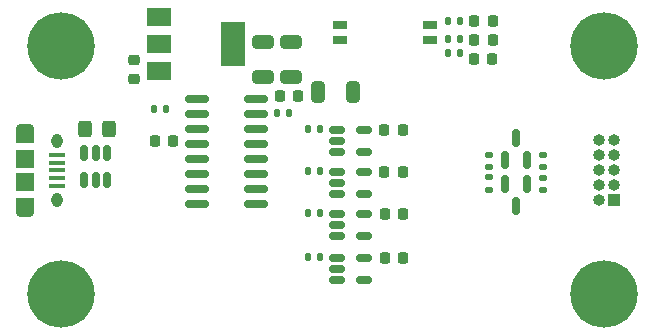
<source format=gbr>
%TF.GenerationSoftware,KiCad,Pcbnew,(6.0.9)*%
%TF.CreationDate,2022-11-08T23:36:55-08:00*%
%TF.ProjectId,esp32-prog,65737033-322d-4707-926f-672e6b696361,rev?*%
%TF.SameCoordinates,PX8f0d180PY2d4cae0*%
%TF.FileFunction,Soldermask,Top*%
%TF.FilePolarity,Negative*%
%FSLAX46Y46*%
G04 Gerber Fmt 4.6, Leading zero omitted, Abs format (unit mm)*
G04 Created by KiCad (PCBNEW (6.0.9)) date 2022-11-08 23:36:55*
%MOMM*%
%LPD*%
G01*
G04 APERTURE LIST*
G04 Aperture macros list*
%AMRoundRect*
0 Rectangle with rounded corners*
0 $1 Rounding radius*
0 $2 $3 $4 $5 $6 $7 $8 $9 X,Y pos of 4 corners*
0 Add a 4 corners polygon primitive as box body*
4,1,4,$2,$3,$4,$5,$6,$7,$8,$9,$2,$3,0*
0 Add four circle primitives for the rounded corners*
1,1,$1+$1,$2,$3*
1,1,$1+$1,$4,$5*
1,1,$1+$1,$6,$7*
1,1,$1+$1,$8,$9*
0 Add four rect primitives between the rounded corners*
20,1,$1+$1,$2,$3,$4,$5,0*
20,1,$1+$1,$4,$5,$6,$7,0*
20,1,$1+$1,$6,$7,$8,$9,0*
20,1,$1+$1,$8,$9,$2,$3,0*%
G04 Aperture macros list end*
%ADD10RoundRect,0.250000X-0.325000X-0.650000X0.325000X-0.650000X0.325000X0.650000X-0.325000X0.650000X0*%
%ADD11RoundRect,0.250000X-0.325000X-0.450000X0.325000X-0.450000X0.325000X0.450000X-0.325000X0.450000X0*%
%ADD12RoundRect,0.225000X0.250000X-0.225000X0.250000X0.225000X-0.250000X0.225000X-0.250000X-0.225000X0*%
%ADD13RoundRect,0.150000X-0.512500X-0.150000X0.512500X-0.150000X0.512500X0.150000X-0.512500X0.150000X0*%
%ADD14RoundRect,0.135000X-0.185000X0.135000X-0.185000X-0.135000X0.185000X-0.135000X0.185000X0.135000X0*%
%ADD15R,1.270000X0.760000*%
%ADD16RoundRect,0.135000X-0.135000X-0.185000X0.135000X-0.185000X0.135000X0.185000X-0.135000X0.185000X0*%
%ADD17RoundRect,0.225000X-0.225000X-0.250000X0.225000X-0.250000X0.225000X0.250000X-0.225000X0.250000X0*%
%ADD18C,5.700000*%
%ADD19RoundRect,0.218750X0.218750X0.256250X-0.218750X0.256250X-0.218750X-0.256250X0.218750X-0.256250X0*%
%ADD20RoundRect,0.135000X0.185000X-0.135000X0.185000X0.135000X-0.185000X0.135000X-0.185000X-0.135000X0*%
%ADD21RoundRect,0.135000X0.135000X0.185000X-0.135000X0.185000X-0.135000X-0.185000X0.135000X-0.185000X0*%
%ADD22R,1.350000X0.400000*%
%ADD23R,1.550000X1.500000*%
%ADD24O,1.550000X0.890000*%
%ADD25R,1.550000X1.200000*%
%ADD26O,0.950000X1.250000*%
%ADD27RoundRect,0.250000X-0.650000X0.325000X-0.650000X-0.325000X0.650000X-0.325000X0.650000X0.325000X0*%
%ADD28RoundRect,0.150000X-0.150000X0.587500X-0.150000X-0.587500X0.150000X-0.587500X0.150000X0.587500X0*%
%ADD29RoundRect,0.150000X0.150000X-0.587500X0.150000X0.587500X-0.150000X0.587500X-0.150000X-0.587500X0*%
%ADD30R,2.000000X1.500000*%
%ADD31R,2.000000X3.800000*%
%ADD32RoundRect,0.150000X-0.825000X-0.150000X0.825000X-0.150000X0.825000X0.150000X-0.825000X0.150000X0*%
%ADD33RoundRect,0.150000X0.150000X-0.512500X0.150000X0.512500X-0.150000X0.512500X-0.150000X-0.512500X0*%
%ADD34R,1.000000X1.000000*%
%ADD35O,1.000000X1.000000*%
G04 APERTURE END LIST*
D10*
%TO.C,C5*%
X26272600Y-8367400D03*
X29222600Y-8367400D03*
%TD*%
D11*
%TO.C,L1*%
X6555000Y-11517000D03*
X8605000Y-11517000D03*
%TD*%
D12*
%TO.C,C1*%
X10702000Y-7237400D03*
X10702000Y-5687400D03*
%TD*%
D13*
%TO.C,U7*%
X27889100Y-22384400D03*
X27889100Y-23334400D03*
X27889100Y-24284400D03*
X30164100Y-24284400D03*
X30164100Y-22384400D03*
%TD*%
D14*
%TO.C,R10*%
X40803200Y-13676000D03*
X40803200Y-14696000D03*
%TD*%
D15*
%TO.C,SW1*%
X28152200Y-2677800D03*
X28152200Y-3947800D03*
X35772200Y-3947800D03*
X35772200Y-2677800D03*
%TD*%
D16*
%TO.C,R2*%
X37320000Y-3840000D03*
X38340000Y-3840000D03*
%TD*%
D17*
%TO.C,C10*%
X31960000Y-22420000D03*
X33510000Y-22420000D03*
%TD*%
D18*
%TO.C,H4*%
X4500000Y-25500000D03*
%TD*%
D13*
%TO.C,U6*%
X27889100Y-11589400D03*
X27889100Y-12539400D03*
X27889100Y-13489400D03*
X30164100Y-13489400D03*
X30164100Y-11589400D03*
%TD*%
D18*
%TO.C,H2*%
X50500000Y-4500000D03*
%TD*%
D19*
%TO.C,D3*%
X41045000Y-5571600D03*
X39470000Y-5571600D03*
%TD*%
D16*
%TO.C,R4*%
X37270000Y-5100000D03*
X38290000Y-5100000D03*
%TD*%
D13*
%TO.C,U4*%
X27889100Y-18701400D03*
X27889100Y-19651400D03*
X27889100Y-20601400D03*
X30164100Y-20601400D03*
X30164100Y-18701400D03*
%TD*%
D20*
%TO.C,R12*%
X40777800Y-16626400D03*
X40777800Y-15606400D03*
%TD*%
D21*
%TO.C,R9*%
X26488600Y-11523400D03*
X25468600Y-11523400D03*
%TD*%
%TO.C,R6*%
X26488600Y-22318400D03*
X25468600Y-22318400D03*
%TD*%
D18*
%TO.C,H3*%
X50500000Y-25500000D03*
%TD*%
D21*
%TO.C,R7*%
X26488600Y-18635400D03*
X25468600Y-18635400D03*
%TD*%
D22*
%TO.C,J1*%
X4154000Y-13700000D03*
X4154000Y-14350000D03*
X4154000Y-15000000D03*
X4154000Y-15650000D03*
X4154000Y-16300000D03*
D23*
X1454000Y-16000000D03*
D24*
X1454000Y-18500000D03*
D25*
X1454000Y-17900000D03*
D26*
X4154000Y-12500000D03*
D23*
X1454000Y-14000000D03*
D24*
X1454000Y-11500000D03*
D25*
X1454000Y-12100000D03*
D26*
X4154000Y-17500000D03*
%TD*%
D13*
%TO.C,U5*%
X27889100Y-15145400D03*
X27889100Y-16095400D03*
X27889100Y-17045400D03*
X30164100Y-17045400D03*
X30164100Y-15145400D03*
%TD*%
D17*
%TO.C,C7*%
X31909200Y-11599600D03*
X33459200Y-11599600D03*
%TD*%
D27*
%TO.C,C2*%
X24037000Y-4174600D03*
X24037000Y-7124600D03*
%TD*%
D14*
%TO.C,R11*%
X45324400Y-13676000D03*
X45324400Y-14696000D03*
%TD*%
D28*
%TO.C,Q2*%
X44013800Y-16169500D03*
X42113800Y-16169500D03*
X43063800Y-18044500D03*
%TD*%
D17*
%TO.C,C9*%
X31934600Y-18711600D03*
X33484600Y-18711600D03*
%TD*%
D29*
%TO.C,Q1*%
X42113800Y-14132900D03*
X44013800Y-14132900D03*
X43063800Y-12257900D03*
%TD*%
D30*
%TO.C,U1*%
X12809800Y-2028800D03*
X12809800Y-4328800D03*
D31*
X19109800Y-4328800D03*
D30*
X12809800Y-6628800D03*
%TD*%
D19*
%TO.C,D2*%
X41097500Y-2340000D03*
X39522500Y-2340000D03*
%TD*%
D16*
%TO.C,R3*%
X37320000Y-2330000D03*
X38340000Y-2330000D03*
%TD*%
%TO.C,R5*%
X12410000Y-9800000D03*
X13430000Y-9800000D03*
%TD*%
D27*
%TO.C,C3*%
X21624000Y-4174600D03*
X21624000Y-7124600D03*
%TD*%
D17*
%TO.C,C8*%
X31909200Y-15155600D03*
X33459200Y-15155600D03*
%TD*%
D32*
%TO.C,U3*%
X16052400Y-9002400D03*
X16052400Y-10272400D03*
X16052400Y-11542400D03*
X16052400Y-12812400D03*
X16052400Y-14082400D03*
X16052400Y-15352400D03*
X16052400Y-16622400D03*
X16052400Y-17892400D03*
X21002400Y-17892400D03*
X21002400Y-16622400D03*
X21002400Y-15352400D03*
X21002400Y-14082400D03*
X21002400Y-12812400D03*
X21002400Y-11542400D03*
X21002400Y-10272400D03*
X21002400Y-9002400D03*
%TD*%
D17*
%TO.C,C6*%
X23074000Y-8748400D03*
X24624000Y-8748400D03*
%TD*%
D33*
%TO.C,U2*%
X6503000Y-15829500D03*
X7453000Y-15829500D03*
X8403000Y-15829500D03*
X8403000Y-13554500D03*
X7453000Y-13554500D03*
X6503000Y-13554500D03*
%TD*%
D21*
%TO.C,R1*%
X23838000Y-10120000D03*
X22818000Y-10120000D03*
%TD*%
D19*
%TO.C,D1*%
X41097500Y-3930000D03*
X39522500Y-3930000D03*
%TD*%
D17*
%TO.C,C4*%
X12469200Y-12533000D03*
X14019200Y-12533000D03*
%TD*%
D20*
%TO.C,R13*%
X45324400Y-16649800D03*
X45324400Y-15629800D03*
%TD*%
D21*
%TO.C,R8*%
X26488600Y-15079400D03*
X25468600Y-15079400D03*
%TD*%
D34*
%TO.C,J2*%
X51385000Y-17550000D03*
D35*
X50115000Y-17550000D03*
X51385000Y-16280000D03*
X50115000Y-16280000D03*
X51385000Y-15010000D03*
X50115000Y-15010000D03*
X51385000Y-13740000D03*
X50115000Y-13740000D03*
X51385000Y-12470000D03*
X50115000Y-12470000D03*
%TD*%
D18*
%TO.C,H1*%
X4500000Y-4500000D03*
%TD*%
M02*

</source>
